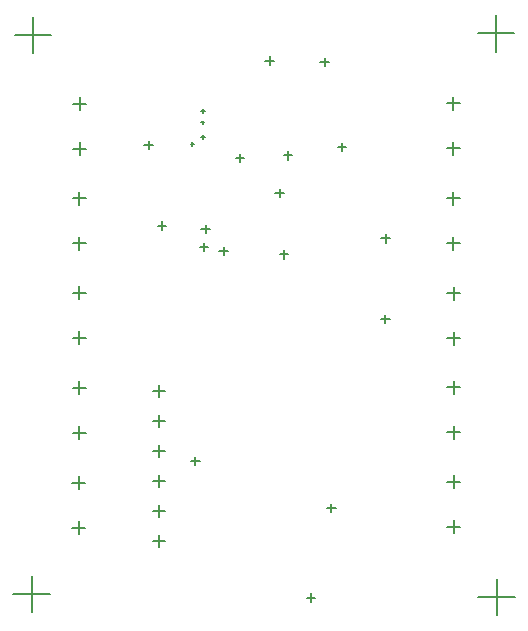
<source format=gbr>
G04*
G04 #@! TF.GenerationSoftware,Altium Limited,Altium Designer,23.3.1 (30)*
G04*
G04 Layer_Color=128*
%FSLAX25Y25*%
%MOIN*%
G70*
G04*
G04 #@! TF.SameCoordinates,9E9A1B20-5B00-4279-B210-449FD35A5861*
G04*
G04*
G04 #@! TF.FilePolarity,Positive*
G04*
G01*
G75*
%ADD77C,0.00500*%
D77*
X132745Y240101D02*
X137075D01*
X134910Y237936D02*
Y242266D01*
X132901Y286644D02*
X137231D01*
X135066Y284479D02*
Y288809D01*
X257436Y177213D02*
X261767D01*
X259602Y175048D02*
Y179379D01*
X257436Y192213D02*
X261767D01*
X259602Y190048D02*
Y194379D01*
X132689Y223625D02*
X137020D01*
X134855Y221459D02*
Y225790D01*
X132689Y208625D02*
X137020D01*
X134855Y206459D02*
Y210790D01*
X132709Y191955D02*
X137039D01*
X134874Y189790D02*
Y194121D01*
X132709Y176955D02*
X137039D01*
X134874Y174790D02*
Y179121D01*
X257474Y208522D02*
X261805D01*
X259639Y206357D02*
Y210688D01*
X257474Y223522D02*
X261805D01*
X259639Y221357D02*
Y225688D01*
X112873Y123223D02*
X125077D01*
X118975Y117120D02*
Y129325D01*
X267902Y122283D02*
X280107D01*
X274005Y116180D02*
Y128385D01*
X113285Y309595D02*
X125490D01*
X119387Y303493D02*
Y315698D01*
X267657Y310090D02*
X279862D01*
X273759Y303988D02*
Y316193D01*
X257338Y271800D02*
X261668D01*
X259503Y269635D02*
Y273965D01*
X257338Y286800D02*
X261668D01*
X259503Y284634D02*
Y288965D01*
X257338Y240098D02*
X261668D01*
X259503Y237933D02*
Y242264D01*
X257338Y255098D02*
X261668D01*
X259503Y252933D02*
Y257263D01*
X257525Y145723D02*
X261856D01*
X259691Y143558D02*
Y147888D01*
X257525Y160723D02*
X261856D01*
X259691Y158557D02*
Y162888D01*
X132901Y271644D02*
X137231D01*
X135066Y269479D02*
Y273810D01*
X132745Y255101D02*
X137075D01*
X134910Y252936D02*
Y257266D01*
X132432Y160386D02*
X136763D01*
X134598Y158221D02*
Y162552D01*
X132432Y145386D02*
X136763D01*
X134598Y143221D02*
Y147552D01*
X159286Y140997D02*
X163302D01*
X161294Y138989D02*
Y143004D01*
X159286Y150996D02*
X163302D01*
X161294Y148989D02*
Y153004D01*
X159286Y160996D02*
X163302D01*
X161294Y158989D02*
Y163004D01*
X159286Y170996D02*
X163302D01*
X161294Y168989D02*
Y173004D01*
X159286Y180997D02*
X163302D01*
X161294Y178989D02*
Y183004D01*
X159286Y190997D02*
X163302D01*
X161294Y188989D02*
Y193004D01*
X210748Y122047D02*
X213548D01*
X212148Y120647D02*
Y123447D01*
X200209Y256851D02*
X203009D01*
X201609Y255451D02*
Y258251D01*
X175592Y244970D02*
X178392D01*
X176992Y243570D02*
Y246371D01*
X174928Y238900D02*
X177728D01*
X176328Y237500D02*
Y240300D01*
X181574Y237659D02*
X184374D01*
X182974Y236259D02*
Y239059D01*
X161091Y246060D02*
X163891D01*
X162491Y244660D02*
Y247460D01*
X217523Y151826D02*
X220323D01*
X218923Y150426D02*
Y153226D01*
X203003Y269480D02*
X205803D01*
X204403Y268080D02*
Y270881D01*
X221118Y272334D02*
X223918D01*
X222518Y270934D02*
Y273734D01*
X156553Y272981D02*
X159353D01*
X157953Y271581D02*
Y274381D01*
X175380Y280420D02*
X176561D01*
X175971Y279829D02*
Y281010D01*
X175548Y284249D02*
X176730D01*
X176139Y283659D02*
Y284840D01*
X175579Y275672D02*
X176760D01*
X176169Y275081D02*
Y276263D01*
X187124Y268679D02*
X189924D01*
X188524Y267279D02*
Y270079D01*
X201637Y236457D02*
X204437D01*
X203037Y235057D02*
Y237857D01*
X235520Y214901D02*
X238319D01*
X236919Y213501D02*
Y216301D01*
X235534Y241769D02*
X238334D01*
X236934Y240369D02*
Y243169D01*
X172163Y167509D02*
X174963D01*
X173563Y166109D02*
Y168909D01*
X172003Y273276D02*
X173184D01*
X172593Y272685D02*
Y273866D01*
X196924Y301033D02*
X199724D01*
X198324Y299633D02*
Y302433D01*
X215250Y300627D02*
X218051D01*
X216651Y299227D02*
Y302027D01*
M02*

</source>
